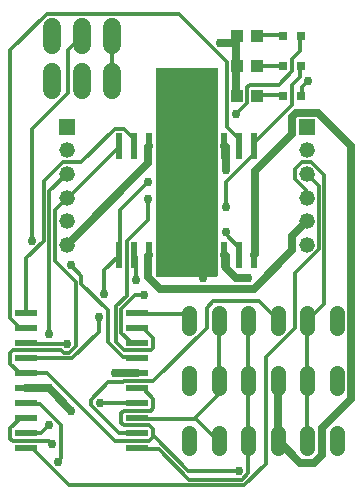
<source format=gbr>
G04 EAGLE Gerber X2 export*
%TF.Part,Single*%
%TF.FileFunction,Copper,L1,Top,Mixed*%
%TF.FilePolarity,Positive*%
%TF.GenerationSoftware,Autodesk,EAGLE,9.1.0*%
%TF.CreationDate,2018-11-27T18:12:10Z*%
G75*
%MOMM*%
%FSLAX34Y34*%
%LPD*%
%AMOC8*
5,1,8,0,0,1.08239X$1,22.5*%
G01*
%ADD10R,0.600000X2.200000*%
%ADD11R,1.320800X1.320800*%
%ADD12C,1.320800*%
%ADD13C,1.308000*%
%ADD14R,1.981200X0.558800*%
%ADD15R,0.800000X0.800000*%
%ADD16R,1.000000X1.100000*%
%ADD17C,1.524000*%
%ADD18C,0.756400*%
%ADD19C,0.700000*%
%ADD20C,0.300000*%

G36*
X190520Y197042D02*
X190520Y197042D01*
X190539Y197040D01*
X190641Y197062D01*
X190743Y197079D01*
X190760Y197088D01*
X190780Y197092D01*
X190869Y197145D01*
X190960Y197194D01*
X190974Y197208D01*
X190991Y197218D01*
X191058Y197297D01*
X191130Y197372D01*
X191138Y197390D01*
X191151Y197405D01*
X191190Y197501D01*
X191233Y197595D01*
X191235Y197615D01*
X191243Y197633D01*
X191261Y197800D01*
X191261Y373300D01*
X191258Y373320D01*
X191260Y373339D01*
X191238Y373441D01*
X191222Y373543D01*
X191212Y373560D01*
X191208Y373580D01*
X191155Y373669D01*
X191106Y373760D01*
X191092Y373774D01*
X191082Y373791D01*
X191003Y373858D01*
X190928Y373930D01*
X190910Y373938D01*
X190895Y373951D01*
X190799Y373990D01*
X190705Y374033D01*
X190685Y374035D01*
X190667Y374043D01*
X190500Y374061D01*
X139700Y374061D01*
X139680Y374058D01*
X139661Y374060D01*
X139559Y374038D01*
X139457Y374022D01*
X139440Y374012D01*
X139420Y374008D01*
X139331Y373955D01*
X139240Y373906D01*
X139226Y373892D01*
X139209Y373882D01*
X139142Y373803D01*
X139071Y373728D01*
X139062Y373710D01*
X139049Y373695D01*
X139010Y373599D01*
X138967Y373505D01*
X138965Y373485D01*
X138957Y373467D01*
X138939Y373300D01*
X138939Y197800D01*
X138942Y197780D01*
X138940Y197761D01*
X138962Y197659D01*
X138979Y197557D01*
X138988Y197540D01*
X138992Y197520D01*
X139045Y197431D01*
X139094Y197340D01*
X139108Y197326D01*
X139118Y197309D01*
X139197Y197242D01*
X139272Y197171D01*
X139290Y197162D01*
X139305Y197149D01*
X139401Y197110D01*
X139495Y197067D01*
X139515Y197065D01*
X139533Y197057D01*
X139700Y197039D01*
X190500Y197039D01*
X190520Y197042D01*
G37*
D10*
X120650Y215300D03*
X196850Y307300D03*
X107950Y215300D03*
X133350Y215300D03*
X146050Y215300D03*
X184150Y307300D03*
X209550Y307300D03*
X222250Y307300D03*
X171450Y215300D03*
X209550Y215300D03*
X158750Y215300D03*
X184150Y215300D03*
X222250Y215300D03*
X196850Y215300D03*
X171450Y307300D03*
X158750Y307300D03*
X146050Y307300D03*
X133350Y307300D03*
X120650Y307300D03*
X107950Y307300D03*
D11*
X266700Y324000D03*
D12*
X266700Y304000D03*
X266700Y284000D03*
X266700Y264000D03*
X266700Y244000D03*
X266700Y224000D03*
D11*
X63500Y324000D03*
D12*
X63500Y304000D03*
X63500Y284000D03*
X63500Y264000D03*
X63500Y244000D03*
X63500Y224000D03*
D13*
X292100Y166240D02*
X292100Y153160D01*
X267100Y153160D02*
X267100Y166240D01*
X242100Y166240D02*
X242100Y153160D01*
X217100Y153160D02*
X217100Y166240D01*
X192100Y166240D02*
X192100Y153160D01*
X167100Y153160D02*
X167100Y166240D01*
X292100Y64640D02*
X292100Y51560D01*
X267100Y51560D02*
X267100Y64640D01*
X242100Y64640D02*
X242100Y51560D01*
X217100Y51560D02*
X217100Y64640D01*
X192100Y64640D02*
X192100Y51560D01*
X167100Y51560D02*
X167100Y64640D01*
X292100Y102360D02*
X292100Y115440D01*
X267100Y115440D02*
X267100Y102360D01*
X242100Y102360D02*
X242100Y115440D01*
X217100Y115440D02*
X217100Y102360D01*
X192100Y102360D02*
X192100Y115440D01*
X167100Y115440D02*
X167100Y102360D01*
D14*
X123190Y51750D03*
X123190Y64450D03*
X123190Y77150D03*
X123190Y89850D03*
X123190Y102550D03*
X123190Y115250D03*
X123190Y127950D03*
X123190Y140650D03*
X123190Y153350D03*
X123190Y166050D03*
X29210Y166050D03*
X29210Y153350D03*
X29210Y140650D03*
X29210Y127950D03*
X29210Y115250D03*
X29210Y102550D03*
X29210Y89850D03*
X29210Y77150D03*
X29210Y64450D03*
X29210Y51750D03*
D15*
X246500Y401000D03*
X261500Y401000D03*
X246500Y375600D03*
X261500Y375600D03*
D16*
X207400Y401000D03*
X224400Y401000D03*
X207400Y375600D03*
X224400Y375600D03*
D15*
X246500Y350200D03*
X261500Y350200D03*
D16*
X207400Y350200D03*
X224400Y350200D03*
D17*
X101600Y393380D02*
X101600Y408620D01*
X76200Y408620D02*
X76200Y393380D01*
X50800Y393380D02*
X50800Y408620D01*
X101600Y370520D02*
X101600Y355280D01*
X76200Y355280D02*
X76200Y370520D01*
X50800Y370520D02*
X50800Y355280D01*
D18*
X177800Y330200D03*
X165100Y330200D03*
X152400Y330200D03*
X152400Y342900D03*
X165100Y342900D03*
X177800Y342900D03*
X177800Y355600D03*
X165100Y355600D03*
X152400Y355600D03*
D19*
X206973Y350610D02*
X206973Y375492D01*
X206973Y350610D02*
X207400Y350200D01*
X206973Y375492D02*
X207400Y375600D01*
X206973Y378885D02*
X206973Y394719D01*
X206973Y400374D01*
X207400Y401000D01*
X206973Y378885D02*
X207400Y375600D01*
X48633Y102921D02*
X29406Y102921D01*
X29210Y102550D01*
X104052Y115362D02*
X122148Y115362D01*
X123190Y115250D01*
X193401Y394719D02*
X203580Y394719D01*
X206973Y394719D01*
D18*
X48633Y102921D03*
X104052Y115362D03*
X193401Y394719D03*
D19*
X178698Y197925D02*
X178698Y195663D01*
X66729Y83694D02*
X49764Y100659D01*
X48633Y102921D01*
D18*
X178698Y195663D03*
X66729Y83694D03*
D20*
X266916Y108576D02*
X266916Y58812D01*
X267100Y58100D01*
X266916Y108576D02*
X267100Y108900D01*
X266916Y109707D02*
X266916Y159471D01*
X267100Y159700D01*
X266916Y109707D02*
X267100Y108900D01*
X265785Y264654D02*
X265785Y270309D01*
X256737Y279357D01*
X256737Y288405D01*
X262392Y294060D01*
X270309Y294060D01*
X281619Y282750D01*
X281619Y174174D01*
X268047Y160602D01*
X266700Y264000D02*
X265785Y264654D01*
X268047Y160602D02*
X267100Y159700D01*
X101790Y363051D02*
X101790Y400374D01*
X101790Y363051D02*
X101600Y362900D01*
X101790Y400374D02*
X101600Y401000D01*
X28275Y115362D02*
X23751Y115362D01*
X15834Y123279D01*
X15834Y132327D01*
X18096Y134589D01*
X58812Y134589D01*
X61074Y132327D01*
X65598Y132327D01*
X71253Y137982D01*
X71253Y192270D01*
X53157Y210366D01*
X53157Y253344D01*
X63336Y263523D01*
X29210Y115250D02*
X28275Y115362D01*
X63336Y263523D02*
X63500Y264000D01*
X123279Y101790D02*
X128934Y101790D01*
X136851Y93873D01*
X136851Y85956D01*
X134589Y83694D01*
X111969Y83694D01*
X109707Y81432D01*
X109707Y73515D01*
X111969Y71253D01*
X133458Y71253D01*
X136851Y67860D01*
X136851Y61074D01*
X133458Y57681D01*
X104052Y57681D01*
X46371Y115362D01*
X30537Y115362D01*
X123190Y102550D02*
X123279Y101790D01*
X30537Y115362D02*
X29210Y115250D01*
X64467Y263523D02*
X107445Y306501D01*
X107950Y307300D01*
X64467Y263523D02*
X63500Y264000D01*
X166257Y32799D02*
X209235Y32799D01*
X166257Y32799D02*
X137982Y61074D01*
X136851Y61074D01*
D18*
X209235Y32799D03*
D19*
X222807Y216021D02*
X222807Y286143D01*
X254475Y317811D01*
X254475Y332514D01*
X257868Y335907D01*
X275964Y335907D01*
X304239Y307632D01*
X304239Y93873D01*
X279357Y68991D01*
X279357Y46371D01*
X272571Y39585D01*
X261261Y39585D01*
X243165Y57681D01*
X222250Y215300D02*
X222807Y216021D01*
X242100Y58100D02*
X243165Y57681D01*
X242034Y61074D02*
X242034Y108576D01*
X242100Y108900D01*
X242034Y61074D02*
X242100Y58100D01*
D20*
X261261Y387933D02*
X261261Y400374D01*
X261261Y387933D02*
X254475Y381147D01*
X254475Y370968D01*
X243165Y359658D01*
X218283Y359658D01*
X216021Y357396D01*
X216021Y343824D01*
X206973Y334776D01*
X132327Y277571D02*
X108576Y253820D01*
X108576Y216021D01*
X261261Y400374D02*
X261500Y401000D01*
X108576Y216021D02*
X107950Y215300D01*
X122148Y90480D02*
X91611Y90480D01*
X95004Y182091D02*
X95004Y202449D01*
X107445Y214890D01*
X122148Y90480D02*
X123190Y89850D01*
X107445Y214890D02*
X107950Y215300D01*
D18*
X206973Y334776D03*
X132327Y277571D03*
X91611Y90480D03*
X95004Y182091D03*
D20*
X110838Y128934D02*
X122148Y128934D01*
X110838Y128934D02*
X98397Y141375D01*
X98397Y168519D01*
X75777Y191139D01*
X75777Y197925D01*
X66729Y206973D01*
X33930Y227331D02*
X33930Y322335D01*
X64467Y352872D01*
X64467Y389064D01*
X75777Y400374D01*
X122148Y128934D02*
X123190Y127950D01*
X75777Y400374D02*
X76200Y401000D01*
D18*
X66729Y206973D03*
X33930Y227331D03*
D20*
X261261Y366444D02*
X261261Y375492D01*
X261261Y366444D02*
X254475Y359658D01*
X254475Y342693D01*
X222807Y311025D01*
X222807Y307632D01*
X261261Y375492D02*
X261500Y375600D01*
X222807Y307632D02*
X222250Y307300D01*
X122148Y141375D02*
X117624Y141375D01*
X109707Y149292D01*
X109707Y169650D01*
X121672Y181615D01*
X128934Y181615D01*
X197925Y255606D02*
X197925Y277095D01*
X221676Y300846D01*
X221676Y306501D01*
X122148Y141375D02*
X123190Y140650D01*
X221676Y306501D02*
X222250Y307300D01*
D18*
X128934Y181615D03*
X197925Y255606D03*
D20*
X262392Y350610D02*
X262392Y357396D01*
X268047Y363051D01*
X132327Y262392D02*
X132327Y245427D01*
X114231Y227331D01*
X114231Y180960D01*
X105183Y171912D01*
X105183Y141375D01*
X111969Y134589D01*
X134589Y134589D01*
X136851Y136851D01*
X136851Y144768D01*
X128934Y152685D01*
X123279Y152685D01*
X261500Y350200D02*
X262392Y350610D01*
X123190Y153350D02*
X123279Y152685D01*
D18*
X268047Y363051D03*
X132327Y262392D03*
D20*
X41847Y64467D02*
X29406Y64467D01*
X41847Y64467D02*
X48633Y71253D01*
X29406Y64467D02*
X29210Y64450D01*
D18*
X48633Y71253D03*
D20*
X35061Y50895D02*
X29406Y50895D01*
X35061Y50895D02*
X65598Y20358D01*
X213759Y20358D01*
X231855Y38454D01*
X231855Y128934D01*
X256737Y153816D01*
X256737Y200187D01*
X277095Y220545D01*
X277095Y273702D01*
X266916Y283881D01*
X29210Y51750D02*
X29406Y50895D01*
X266700Y284000D02*
X266916Y283881D01*
D19*
X132327Y214890D02*
X132327Y196794D01*
X142506Y186615D01*
X221676Y186615D01*
X254475Y219414D01*
X254475Y231855D01*
X265785Y243165D01*
X133350Y215300D02*
X132327Y214890D01*
X265785Y243165D02*
X266700Y244000D01*
X197925Y214890D02*
X197925Y204711D01*
X206973Y195663D01*
X217152Y195663D01*
X197925Y214890D02*
X196850Y215300D01*
D18*
X217152Y195663D03*
D20*
X40716Y89349D02*
X29406Y89349D01*
X40716Y89349D02*
X58812Y71253D01*
X58812Y43157D01*
X55895Y40240D01*
X29406Y89349D02*
X29210Y89850D01*
D18*
X55895Y40240D03*
D20*
X28275Y76908D02*
X23751Y76908D01*
X15834Y68991D01*
X15834Y59943D01*
X18096Y57681D01*
X48633Y57681D01*
X50895Y55419D01*
X48633Y148161D02*
X48633Y269178D01*
X63336Y283881D01*
X29210Y77150D02*
X28275Y76908D01*
X63336Y283881D02*
X63500Y284000D01*
D18*
X50895Y55419D03*
X48633Y148161D03*
D19*
X197925Y287274D02*
X197925Y306501D01*
X196850Y307300D01*
D18*
X197925Y287274D03*
D19*
X132327Y292929D02*
X132327Y306501D01*
X132327Y292929D02*
X64467Y225069D01*
X132327Y306501D02*
X133350Y307300D01*
X64467Y225069D02*
X63500Y224000D01*
D20*
X123279Y165126D02*
X161733Y165126D01*
X166257Y160602D01*
X123279Y165126D02*
X123190Y166050D01*
X166257Y160602D02*
X167100Y159700D01*
X141375Y50895D02*
X123279Y50895D01*
X141375Y50895D02*
X167388Y24882D01*
X211497Y24882D01*
X217152Y30537D01*
X217152Y57681D01*
X123279Y50895D02*
X123190Y51750D01*
X217100Y58100D02*
X217152Y57681D01*
X217152Y58812D02*
X217152Y108576D01*
X217100Y108900D01*
X217152Y58812D02*
X217100Y58100D01*
X217152Y109707D02*
X217152Y159471D01*
X217100Y159700D01*
X217152Y109707D02*
X217100Y108900D01*
X173043Y76908D02*
X123279Y76908D01*
X173043Y76908D02*
X191139Y58812D01*
X123279Y76908D02*
X123190Y77150D01*
X191139Y58812D02*
X192100Y58100D01*
X191139Y96135D02*
X191139Y108576D01*
X191139Y96135D02*
X173043Y78039D01*
X191139Y108576D02*
X192100Y108900D01*
X173043Y78039D02*
X173043Y76908D01*
X192270Y109707D02*
X192270Y159471D01*
X192100Y159700D01*
X192270Y109707D02*
X192100Y108900D01*
X67860Y127803D02*
X29406Y127803D01*
X67860Y127803D02*
X90480Y150423D01*
X90480Y162864D01*
X122148Y194532D02*
X122148Y213759D01*
X121017Y214890D01*
X29406Y127803D02*
X29210Y127950D01*
X121017Y214890D02*
X120650Y215300D01*
D18*
X90480Y162864D03*
X122148Y194532D03*
D20*
X63336Y140244D02*
X29406Y140244D01*
X197925Y232986D02*
X197925Y235248D01*
X197925Y232986D02*
X209235Y221676D01*
X209235Y216021D01*
X29406Y140244D02*
X29210Y140650D01*
X209235Y216021D02*
X209550Y215300D01*
D18*
X63336Y140244D03*
X197925Y235248D03*
D20*
X28275Y153816D02*
X23751Y153816D01*
X15834Y161733D01*
X15834Y389064D01*
X46371Y419601D01*
X158340Y419601D01*
X199056Y378885D01*
X199056Y323466D01*
X209235Y313287D01*
X209235Y307632D01*
X29210Y153350D02*
X28275Y153816D01*
X209235Y307632D02*
X209550Y307300D01*
X29406Y212628D02*
X29406Y166257D01*
X29406Y212628D02*
X44109Y227331D01*
X44109Y278226D01*
X59943Y294060D01*
X75777Y294060D01*
X104052Y322335D01*
X111969Y322335D01*
X119886Y314418D01*
X119886Y307632D01*
X29406Y166257D02*
X29210Y166050D01*
X119886Y307632D02*
X120650Y307300D01*
X225069Y401505D02*
X245427Y401505D01*
X246500Y401000D01*
X225069Y401505D02*
X224400Y401000D01*
X225069Y375492D02*
X245427Y375492D01*
X246500Y375600D01*
X225069Y375492D02*
X224400Y375600D01*
X225069Y350610D02*
X245427Y350610D01*
X246500Y350200D01*
X225069Y350610D02*
X224400Y350200D01*
X122148Y64467D02*
X107445Y64467D01*
X83694Y88218D01*
X83694Y92742D01*
X98397Y107445D01*
X110838Y107445D01*
X111969Y108576D01*
X136851Y108576D01*
X182091Y153816D01*
X182091Y170781D01*
X187746Y176436D01*
X226200Y176436D01*
X242034Y160602D01*
X123190Y64450D02*
X122148Y64467D01*
X242100Y159700D02*
X242034Y160602D01*
M02*

</source>
